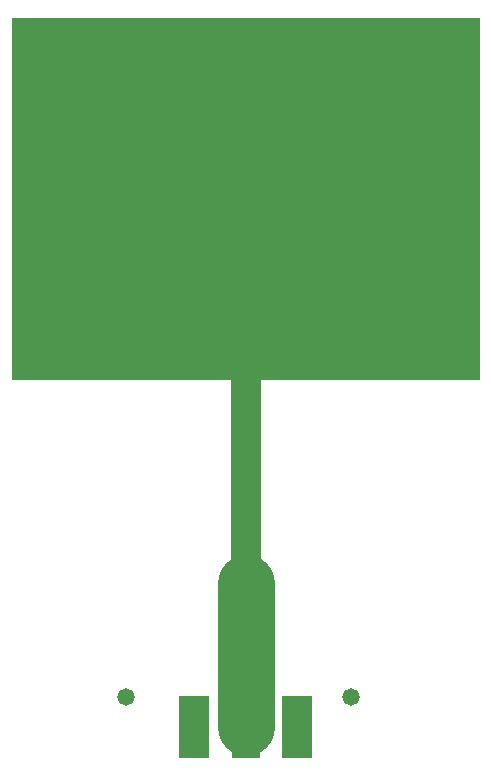
<source format=gts>
%FSTAX23Y23*%
%MOIN*%
%SFA1B1*%

%IPPOS*%
%ADD15R,1.560000X1.205000*%
%ADD16R,0.103000X0.208000*%
%ADD17R,0.098000X0.208000*%
%ADD18R,0.102360X0.757870*%
%ADD19C,0.188980*%
%ADD20C,0.058000*%
%LNjlcpcb_patch_test_1-1*%
%LPD*%
G54D15*
X0158Y0189D03*
G54D16*
X01407Y00129D03*
X01752D03*
G54D17*
X0158Y00129D03*
G54D18*
X0158Y00995D03*
G54D19*
X0158Y00129D02*
Y0061D01*
G54D20*
X0193Y0023D03*
X0118D03*
M02*
</source>
